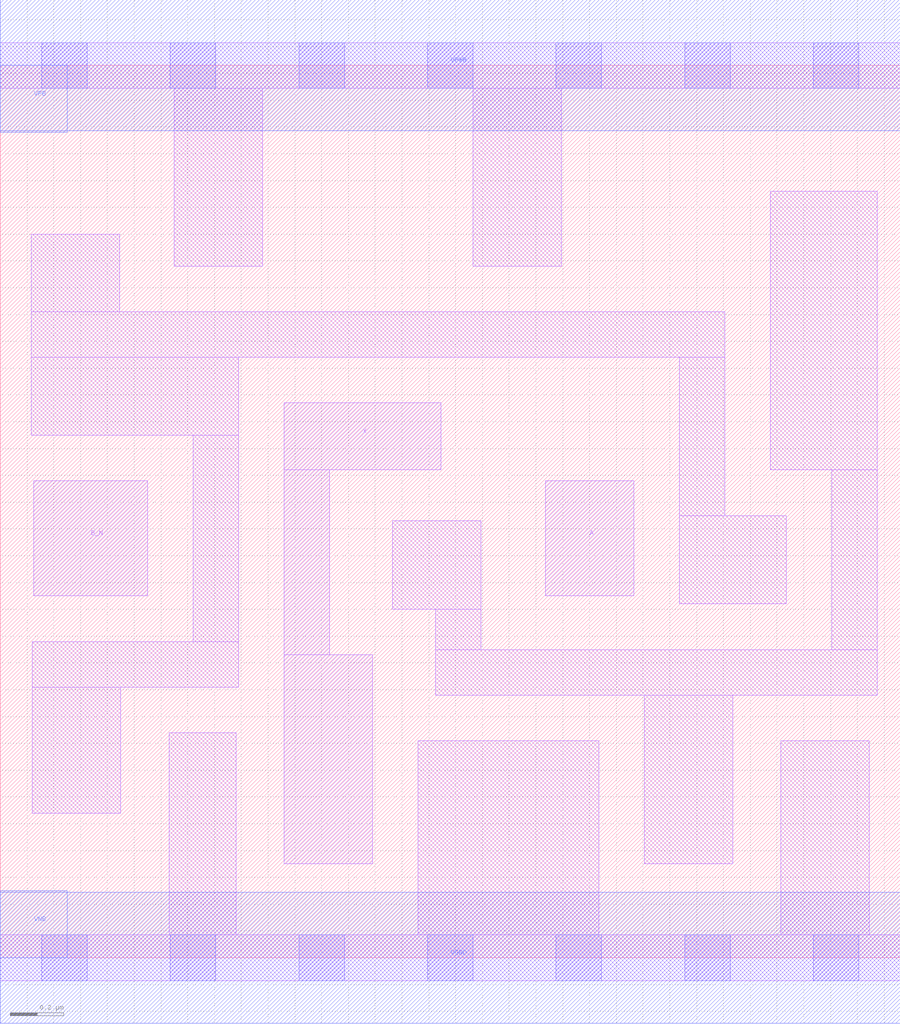
<source format=lef>
# Copyright 2020 The SkyWater PDK Authors
#
# Licensed under the Apache License, Version 2.0 (the "License");
# you may not use this file except in compliance with the License.
# You may obtain a copy of the License at
#
#     https://www.apache.org/licenses/LICENSE-2.0
#
# Unless required by applicable law or agreed to in writing, software
# distributed under the License is distributed on an "AS IS" BASIS,
# WITHOUT WARRANTIES OR CONDITIONS OF ANY KIND, either express or implied.
# See the License for the specific language governing permissions and
# limitations under the License.
#
# SPDX-License-Identifier: Apache-2.0

VERSION 5.5 ;
NAMESCASESENSITIVE ON ;
BUSBITCHARS "[]" ;
DIVIDERCHAR "/" ;
MACRO sky130_fd_sc_hs__or2b_2
  CLASS CORE ;
  SOURCE USER ;
  ORIGIN  0.000000  0.000000 ;
  SIZE  3.360000 BY  3.330000 ;
  SYMMETRY X Y ;
  SITE unit ;
  PIN A
    ANTENNAGATEAREA  0.246000 ;
    DIRECTION INPUT ;
    USE SIGNAL ;
    PORT
      LAYER li1 ;
        RECT 2.035000 1.350000 2.365000 1.780000 ;
    END
  END A
  PIN B_N
    ANTENNAGATEAREA  0.208000 ;
    DIRECTION INPUT ;
    USE SIGNAL ;
    PORT
      LAYER li1 ;
        RECT 0.125000 1.350000 0.550000 1.780000 ;
    END
  END B_N
  PIN X
    ANTENNADIFFAREA  0.787700 ;
    DIRECTION OUTPUT ;
    USE SIGNAL ;
    PORT
      LAYER li1 ;
        RECT 1.060000 0.350000 1.390000 1.130000 ;
        RECT 1.060000 1.130000 1.230000 1.820000 ;
        RECT 1.060000 1.820000 1.645000 2.070000 ;
    END
  END X
  PIN VGND
    DIRECTION INOUT ;
    USE GROUND ;
    PORT
      LAYER met1 ;
        RECT 0.000000 -0.245000 3.360000 0.245000 ;
    END
  END VGND
  PIN VNB
    DIRECTION INOUT ;
    USE GROUND ;
    PORT
    END
  END VNB
  PIN VPB
    DIRECTION INOUT ;
    USE POWER ;
    PORT
    END
  END VPB
  PIN VNB
    DIRECTION INOUT ;
    USE GROUND ;
    PORT
      LAYER met1 ;
        RECT 0.000000 0.000000 0.250000 0.250000 ;
    END
  END VNB
  PIN VPB
    DIRECTION INOUT ;
    USE POWER ;
    PORT
      LAYER met1 ;
        RECT 0.000000 3.080000 0.250000 3.330000 ;
    END
  END VPB
  PIN VPWR
    DIRECTION INOUT ;
    USE POWER ;
    PORT
      LAYER met1 ;
        RECT 0.000000 3.085000 3.360000 3.575000 ;
    END
  END VPWR
  OBS
    LAYER li1 ;
      RECT 0.000000 -0.085000 3.360000 0.085000 ;
      RECT 0.000000  3.245000 3.360000 3.415000 ;
      RECT 0.115000  1.950000 0.890000 2.240000 ;
      RECT 0.115000  2.240000 2.705000 2.410000 ;
      RECT 0.115000  2.410000 0.445000 2.700000 ;
      RECT 0.120000  0.540000 0.450000 1.010000 ;
      RECT 0.120000  1.010000 0.890000 1.180000 ;
      RECT 0.630000  0.085000 0.880000 0.840000 ;
      RECT 0.650000  2.580000 0.980000 3.245000 ;
      RECT 0.720000  1.180000 0.890000 1.950000 ;
      RECT 1.465000  1.300000 1.795000 1.630000 ;
      RECT 1.560000  0.085000 2.235000 0.810000 ;
      RECT 1.625000  0.980000 3.275000 1.150000 ;
      RECT 1.625000  1.150000 1.795000 1.300000 ;
      RECT 1.765000  2.580000 2.095000 3.245000 ;
      RECT 2.405000  0.350000 2.735000 0.980000 ;
      RECT 2.535000  1.320000 2.935000 1.650000 ;
      RECT 2.535000  1.650000 2.705000 2.240000 ;
      RECT 2.875000  1.820000 3.275000 2.860000 ;
      RECT 2.915000  0.085000 3.245000 0.810000 ;
      RECT 3.105000  1.150000 3.275000 1.820000 ;
    LAYER mcon ;
      RECT 0.155000 -0.085000 0.325000 0.085000 ;
      RECT 0.155000  3.245000 0.325000 3.415000 ;
      RECT 0.635000 -0.085000 0.805000 0.085000 ;
      RECT 0.635000  3.245000 0.805000 3.415000 ;
      RECT 1.115000 -0.085000 1.285000 0.085000 ;
      RECT 1.115000  3.245000 1.285000 3.415000 ;
      RECT 1.595000 -0.085000 1.765000 0.085000 ;
      RECT 1.595000  3.245000 1.765000 3.415000 ;
      RECT 2.075000 -0.085000 2.245000 0.085000 ;
      RECT 2.075000  3.245000 2.245000 3.415000 ;
      RECT 2.555000 -0.085000 2.725000 0.085000 ;
      RECT 2.555000  3.245000 2.725000 3.415000 ;
      RECT 3.035000 -0.085000 3.205000 0.085000 ;
      RECT 3.035000  3.245000 3.205000 3.415000 ;
  END
END sky130_fd_sc_hs__or2b_2
END LIBRARY

</source>
